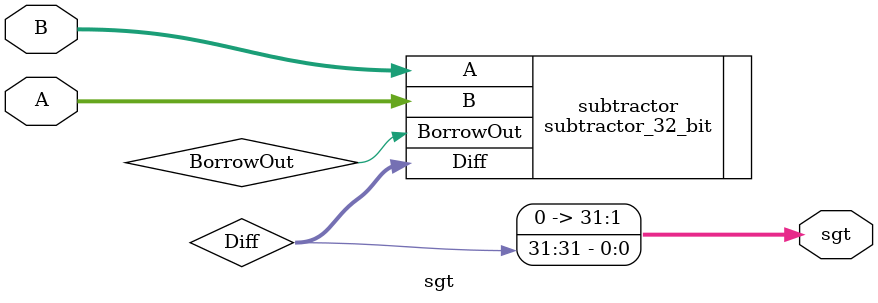
<source format=v>
module slt(
    input [31:0] A,
    input [31:0] B,
    output [31:0] slt
);

    wire [31:0] Diff;
    wire BorrowOut;

    subtractor_32_bit subtractor (
        .A(A),
        .B(B),
        .Diff(Diff),
        .BorrowOut(BorrowOut)
    );

    assign slt = {31'b0, Diff[31]};

endmodule

module sgt(
    input [31:0] A,
    input [31:0] B,
    output [31:0] sgt
);

    wire [31:0] Diff;
    wire BorrowOut;

    subtractor_32_bit subtractor (
        .A(B),
        .B(A),
        .Diff(Diff),
        .BorrowOut(BorrowOut)
    );

    assign sgt = {31'b0, Diff[31]};

endmodule
</source>
